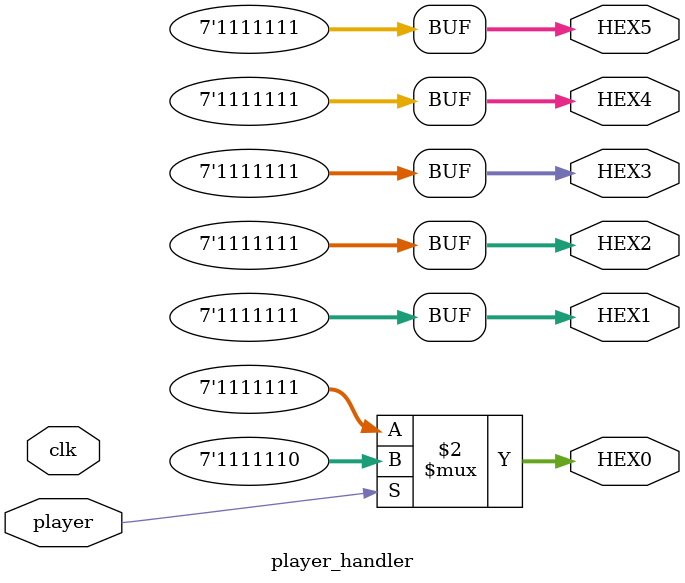
<source format=sv>
module player_handler (
		input clk, player, 
		output [6:0] HEX0, HEX1, HEX2, HEX3, HEX4, HEX5);
    
    //input logic switch_flipped; // Signal indicating a switch is flipped
    //input logic screen_logic_processed; // Signal indicating the screen logic is processed
//    output logic player;
//    output logic [6:0] HEX0;
//    output logic [6:0] HEX1;
//    output logic [6:0] HEX2;
//    output logic [6:0] HEX3;
//    output logic [6:0] HEX4;
//    output logic [6:0] HEX5;

    // Internal registers
    //logic [2:0] state_counter;

    // Outputs (for demonstration purposes; you can customize as needed)
    assign HEX1 = 7'b1111111;
    assign HEX2 = 7'b1111111;
    assign HEX3 = 7'b1111111;
    assign HEX4 = 7'b1111111;
    assign HEX5 = 7'b1111111;

    // always_ff @(posedge clk) begin
    //     if (switch_flipped || screen_logic_processed) begin
    //         // Toggle the player bit and reset the counter
    //         player <= ~player;
    //         state_counter <= 3'b000;
    //     end else begin
    //         // Increment the counter and toggle the player bit when counter reaches 4
    //         if (state_counter == 3'b100) begin
    //             player <= ~player;
    //             state_counter <= 3'b000;
    //         end else begin
    //             state_counter <= state_counter + 1;
    //         end
    //     end
    // end
	
    // HEX0 signal (you may adjust this logic based on your requirements)
    always_comb begin
        HEX0 = (player) ? 7'b1111110 : 7'b1111111;
    end

endmodule

</source>
